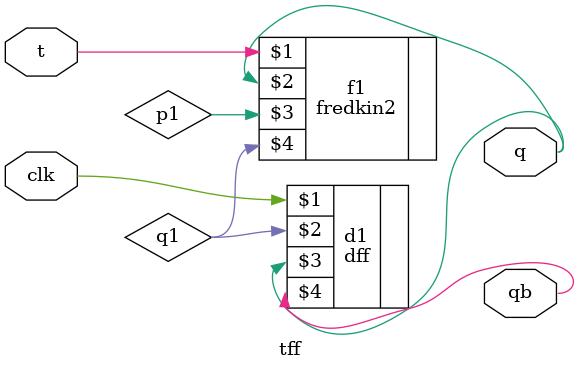
<source format=v>
`timescale 1ns / 1ps
module tff(clk,t,q,qb);

input clk,t;
output q,qb;

fredkin2 f1(t,q,p1,q1);
dff     d1(clk,q1,q,qb);

endmodule

</source>
